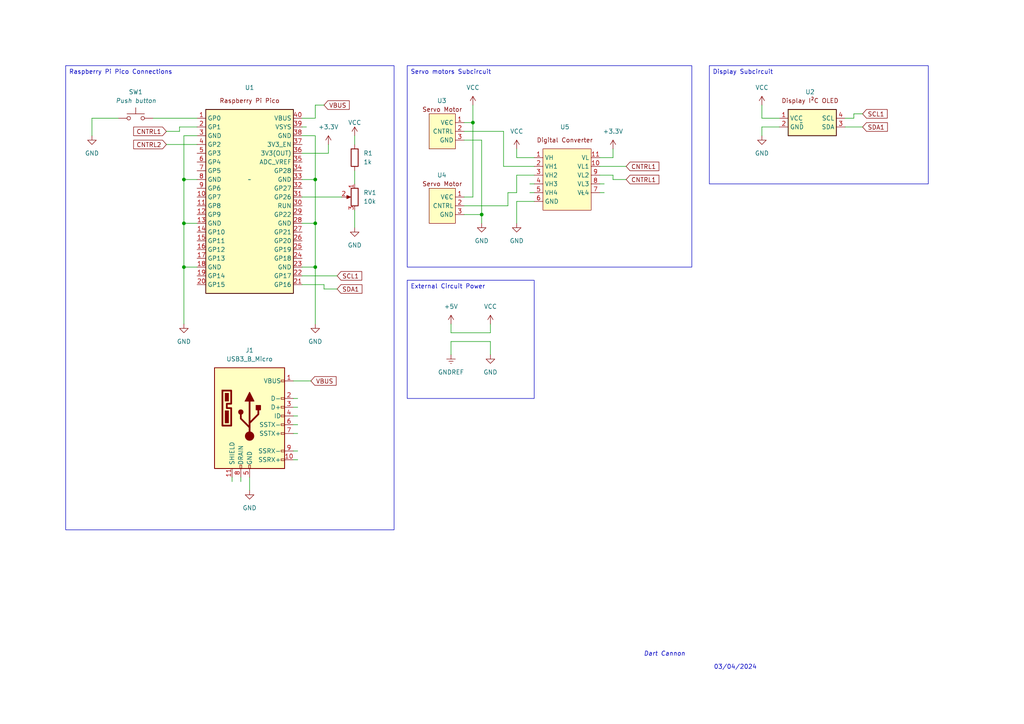
<source format=kicad_sch>
(kicad_sch (version 20230121) (generator eeschema)
  (paper "A4")
  (lib_symbols
    (symbol "Connector:USB3_B_Micro" (pin_names (offset 1.016))
      (property "Reference" "J" (at -10.16 15.24 0))
      (property "Value" "USB3_B_Micro" (at 10.16 15.24 0))
      (symbol "USB3_B_Micro_0_0"
        (rectangle (start -2.794 -15.24) (end -2.286 -14.224))
        (rectangle (start -0.254 -15.24) (end 0.254 -14.224))
        (rectangle (start 10.16 -12.446) (end 9.144 -12.954))
        (rectangle (start 10.16 -9.906) (end 9.144 -10.414))
        (rectangle (start 10.16 -4.826) (end 9.144 -5.334))
        (rectangle (start 10.16 -2.286) (end 9.144 -2.794))
        (rectangle (start 10.16 0.254) (end 9.144 -0.254))
        (rectangle (start 10.16 2.794) (end 9.144 2.286))
        (rectangle (start 10.16 5.334) (end 9.144 4.826))
        (rectangle (start 10.16 10.414) (end 9.144 9.906))
      )
      (symbol "USB3_B_Micro_0_1"
        (rectangle (start -10.16 13.97) (end 10.16 -15.24) (stroke (width 0.254)) (fill (type background)))
        (rectangle (start -7.112 1.524) (end -6.096 -2.032) (fill (type outline)))
        (rectangle (start -7.112 6.604) (end -6.096 4.318) (fill (type outline)))
        (polyline (pts (xy -7.874 7.366) (xy -7.874 -2.794) (xy -5.334 -2.794) (xy -5.334 2.286) (xy -6.604 2.286) (xy -6.604 3.556) (xy -5.334 3.556) (xy -5.334 7.366) (xy -7.874 7.366)) (stroke (width 0.508)))
      )
      (symbol "USB3_B_Micro_1_1"
        (circle (center -2.54 1.143) (radius 0.635) (stroke (width 0.254)) (fill (type outline)))
        (circle (center 0 -5.842) (radius 1.27) (fill (type outline)))
        (polyline (pts (xy 0 -5.842) (xy 0 4.318)) (stroke (width 0.508)))
        (polyline (pts (xy 0 -3.302) (xy -2.54 -0.762) (xy -2.54 0.508)) (stroke (width 0.508)))
        (polyline (pts (xy 0 -2.032) (xy 2.54 0.508) (xy 2.54 1.778)) (stroke (width 0.508)))
        (polyline (pts (xy -1.27 4.318) (xy 0 6.858) (xy 1.27 4.318) (xy -1.27 4.318)) (stroke (width 0.254)) (fill (type outline)))
        (rectangle (start 1.905 1.778) (end 3.175 3.048) (stroke (width 0.254)) (fill (type outline)))
        (pin power_out line (at 12.7 10.16 180) (length 2.54) (name "VBUS") (number "1"))
        (pin input line (at 12.7 -12.7 180) (length 2.54) (name "SSRX+") (number "10"))
        (pin passive line (at -5.08 -17.78 90) (length 2.54) (name "SHIELD") (number "11"))
        (pin bidirectional line (at 12.7 5.08 180) (length 2.54) (name "D-") (number "2"))
        (pin bidirectional line (at 12.7 2.54 180) (length 2.54) (name "D+") (number "3"))
        (pin passive line (at 12.7 0 180) (length 2.54) (name "ID") (number "4"))
        (pin power_out line (at 0 -17.78 90) (length 2.54) (name "GND") (number "5"))
        (pin output line (at 12.7 -2.54 180) (length 2.54) (name "SSTX-") (number "6"))
        (pin output line (at 12.7 -5.08 180) (length 2.54) (name "SSTX+") (number "7"))
        (pin passive line (at -2.54 -17.78 90) (length 2.54) (name "DRAIN") (number "8"))
        (pin input line (at 12.7 -10.16 180) (length 2.54) (name "SSRX-") (number "9"))
      )
    )
    (symbol "Device:R" (pin_numbers hide) (pin_names (offset 0))
      (property "Reference" "R" (at 2.032 0 90))
      (property "Value" "R" (at 0 0 90))
      (symbol "R_0_1"
        (rectangle (start -1.016 -2.54) (end 1.016 2.54) (stroke (width 0.254)))
      )
      (symbol "R_1_1"
        (pin passive line (at 0 3.81 270) (length 1.27) (name "~") (number "1"))
        (pin passive line (at 0 -3.81 90) (length 1.27) (name "~") (number "2"))
      )
    )
    (symbol "Device:R_Potentiometer" (pin_names (offset 1.016) hide)
      (property "Reference" "RV" (at -4.445 0 90))
      (property "Value" "R_Potentiometer" (at -2.54 0 90))
      (symbol "R_Potentiometer_0_1"
        (polyline (pts (xy 2.54 0) (xy 1.524 0)))
        (polyline (pts (xy 1.143 0) (xy 2.286 0.508) (xy 2.286 -0.508) (xy 1.143 0)) (fill (type outline)))
        (rectangle (start 1.016 2.54) (end -1.016 -2.54) (stroke (width 0.254)))
      )
      (symbol "R_Potentiometer_1_1"
        (pin passive line (at 0 3.81 270) (length 1.27) (name "1") (number "1"))
        (pin passive line (at 3.81 0 180) (length 1.27) (name "2") (number "2"))
        (pin passive line (at 0 -3.81 90) (length 1.27) (name "3") (number "3"))
      )
    )
    (symbol "Raspberry:Conversor_Digital"
      (property "Reference" "U" (at 0 12.7 0))
      (symbol "Conversor_Digital_1_1"
        (rectangle (start -7.62 7.62) (end 6.35 -10.16) (fill (type background)))
        (text "Digital Converter" (at -1.27 10.16 0) (effects (font (size 1.27 1.27))))
        (pin power_in line (at -10.16 5.08 0) (length 2.54) (name "VH") (number "1"))
        (pin bidirectional line (at 8.89 2.54 180) (length 2.54) (name "VL1") (number "10"))
        (pin power_in line (at 8.89 5.08 180) (length 2.54) (name "VL") (number "11"))
        (pin bidirectional line (at -10.16 2.54 0) (length 2.54) (name "VH1") (number "2"))
        (pin bidirectional line (at -10.16 0 0) (length 2.54) (name "VH2") (number "3"))
        (pin bidirectional line (at -10.16 -2.54 0) (length 2.54) (name "VH3") (number "4"))
        (pin bidirectional line (at -10.16 -5.08 0) (length 2.54) (name "VH4") (number "5"))
        (pin power_in line (at -10.16 -7.62 0) (length 2.54) (name "GND") (number "6"))
        (pin bidirectional line (at 8.89 -5.08 180) (length 2.54) (name "VL4") (number "7"))
        (pin bidirectional line (at 8.89 -2.54 180) (length 2.54) (name "VL3") (number "8"))
        (pin bidirectional line (at 8.89 0 180) (length 2.54) (name "VL2") (number "9"))
      )
    )
    (symbol "Raspberry:Display_OLED"
      (property "Reference" "U" (at 8.89 7.62 0))
      (symbol "Display_OLED_1_1"
        (rectangle (start -7.62 3.81) (end 6.35 -3.81) (stroke (width 0.25) (color 72 0 0 1)) (fill (type background)))
        (text "Display I²C OLED" (at -1.27 6.35 0) (effects (font (size 1.27 1.27))))
        (pin power_in line (at -10.16 1.27 0) (length 2.54) (name "VCC") (number "1"))
        (pin power_in line (at -10.16 -1.27 0) (length 2.54) (name "GND") (number "2"))
        (pin bidirectional line (at 8.89 -1.27 180) (length 2.54) (name "SDA") (number "3"))
        (pin bidirectional line (at 8.89 1.27 180) (length 2.54) (name "SCL") (number "4"))
      )
    )
    (symbol "Raspberry:Raspberry_Pi_Pico"
      (property "Reference" "U" (at 11.43 30.48 0))
      (symbol "Raspberry_Pi_Pico_1_1"
        (rectangle (start -12.7 26.67) (end 12.7 -26.67) (stroke (width 0.25) (color 72 0 0 1)) (fill (type background)))
        (text "Raspberry Pi Pico" (at 0 29.21 0) (effects (font (size 1.27 1.27))))
        (pin bidirectional line (at -15.24 24.13 0) (length 2.54) (name "GP0") (number "1"))
        (pin bidirectional line (at -15.24 1.27 0) (length 2.54) (name "GP7") (number "10"))
        (pin bidirectional line (at -15.24 -1.27 0) (length 2.54) (name "GP8") (number "11"))
        (pin bidirectional line (at -15.24 -3.81 0) (length 2.54) (name "GP9") (number "12"))
        (pin power_in line (at -15.24 -6.35 0) (length 2.54) (name "GND") (number "13"))
        (pin bidirectional line (at -15.24 -8.89 0) (length 2.54) (name "GP10") (number "14"))
        (pin bidirectional line (at -15.24 -11.43 0) (length 2.54) (name "GP11") (number "15"))
        (pin bidirectional line (at -15.24 -13.97 0) (length 2.54) (name "GP12") (number "16"))
        (pin bidirectional line (at -15.24 -16.51 0) (length 2.54) (name "GP13") (number "17"))
        (pin power_in line (at -15.24 -19.05 0) (length 2.54) (name "GND") (number "18"))
        (pin bidirectional line (at -15.24 -21.59 0) (length 2.54) (name "GP14") (number "19"))
        (pin bidirectional line (at -15.24 21.59 0) (length 2.54) (name "GP1") (number "2"))
        (pin bidirectional line (at -15.24 -24.13 0) (length 2.54) (name "GP15") (number "20"))
        (pin bidirectional line (at 15.24 -24.13 180) (length 2.54) (name "GP16") (number "21"))
        (pin bidirectional line (at 15.24 -21.59 180) (length 2.54) (name "GP17") (number "22"))
        (pin power_in line (at 15.24 -19.05 180) (length 2.54) (name "GND") (number "23"))
        (pin bidirectional line (at 15.24 -16.51 180) (length 2.54) (name "GP18") (number "24"))
        (pin bidirectional line (at 15.24 -13.97 180) (length 2.54) (name "GP19") (number "25"))
        (pin bidirectional line (at 15.24 -11.43 180) (length 2.54) (name "GP20") (number "26"))
        (pin bidirectional line (at 15.24 -8.89 180) (length 2.54) (name "GP21") (number "27"))
        (pin power_in line (at 15.24 -6.35 180) (length 2.54) (name "GND") (number "28"))
        (pin bidirectional line (at 15.24 -3.81 180) (length 2.54) (name "GP22") (number "29"))
        (pin power_in line (at -15.24 19.05 0) (length 2.54) (name "GND") (number "3"))
        (pin input line (at 15.24 -1.27 180) (length 2.54) (name "RUN") (number "30"))
        (pin bidirectional line (at 15.24 1.27 180) (length 2.54) (name "GP26") (number "31"))
        (pin bidirectional line (at 15.24 3.81 180) (length 2.54) (name "GP27") (number "32"))
        (pin power_in line (at 15.24 6.35 180) (length 2.54) (name "GND") (number "33"))
        (pin bidirectional line (at 15.24 8.89 180) (length 2.54) (name "GP28") (number "34"))
        (pin input line (at 15.24 11.43 180) (length 2.54) (name "ADC_VREF") (number "35"))
        (pin power_out line (at 15.24 13.97 180) (length 2.54) (name "3V3(OUT)") (number "36"))
        (pin input line (at 15.24 16.51 180) (length 2.54) (name "3V3_EN") (number "37"))
        (pin power_in line (at 15.24 19.05 180) (length 2.54) (name "GND") (number "38"))
        (pin input line (at 15.24 21.59 180) (length 2.54) (name "VSYS") (number "39"))
        (pin bidirectional line (at -15.24 16.51 0) (length 2.54) (name "GP2") (number "4"))
        (pin input line (at 15.24 24.13 180) (length 2.54) (name "VBUS") (number "40"))
        (pin bidirectional line (at -15.24 13.97 0) (length 2.54) (name "GP3") (number "5"))
        (pin bidirectional line (at -15.24 11.43 0) (length 2.54) (name "GP4") (number "6"))
        (pin bidirectional line (at -15.24 8.89 0) (length 2.54) (name "GP5") (number "7"))
        (pin power_in line (at -15.24 6.35 0) (length 2.54) (name "GND") (number "8"))
        (pin bidirectional line (at -15.24 3.81 0) (length 2.54) (name "GP6") (number "9"))
      )
    )
    (symbol "Raspberry:Servo_motor"
      (property "Reference" "U" (at 6.35 8.89 0))
      (symbol "Servo_motor_1_1"
        (rectangle (start -3.81 5.08) (end 3.81 -5.08) (fill (type background)))
        (text "Servo Motor" (at 0 6.35 0) (effects (font (size 1.27 1.27))))
        (pin power_in line (at -6.35 2.54 0) (length 2.54) (name "VCC") (number "1"))
        (pin input line (at -6.35 0 0) (length 2.54) (name "CNTRL") (number "2"))
        (pin power_in line (at -6.35 -2.54 0) (length 2.54) (name "GND") (number "3"))
      )
    )
    (symbol "Switch:SW_Push" (pin_numbers hide) (pin_names (offset 1.016) hide)
      (property "Reference" "SW" (at 1.27 2.54 0))
      (property "Value" "SW_Push" (at 0 -1.524 0))
      (symbol "SW_Push_0_1"
        (circle (center -2.032 0) (radius 0.508))
        (polyline (pts (xy 0 1.27) (xy 0 3.048)))
        (polyline (pts (xy 2.54 1.27) (xy -2.54 1.27)))
        (circle (center 2.032 0) (radius 0.508))
        (pin passive line (at -5.08 0 0) (length 2.54) (name "1") (number "1"))
        (pin passive line (at 5.08 0 180) (length 2.54) (name "2") (number "2"))
      )
    )
    (symbol "power:+3.3V" (power) (pin_names (offset 0))
      (property "Value" "+3.3V" (at 0 3.556 0))
      (symbol "+3.3V_0_1"
        (polyline (pts (xy -0.762 1.27) (xy 0 2.54)))
        (polyline (pts (xy 0 0) (xy 0 2.54)))
        (polyline (pts (xy 0 2.54) (xy 0.762 1.27)))
      )
      (symbol "+3.3V_1_1"
        (pin power_in line (at 0 0 90) (length 0) hide (name "+3.3V") (number "1"))
      )
    )
    (symbol "power:+5V" (power) (pin_names (offset 0))
      (property "Value" "+5V" (at 0 3.556 0))
      (symbol "+5V_0_1"
        (polyline (pts (xy -0.762 1.27) (xy 0 2.54)))
        (polyline (pts (xy 0 0) (xy 0 2.54)))
        (polyline (pts (xy 0 2.54) (xy 0.762 1.27)))
      )
      (symbol "+5V_1_1"
        (pin power_in line (at 0 0 90) (length 0) hide (name "+5V") (number "1"))
      )
    )
    (symbol "power:GND" (power) (pin_names (offset 0))
      (property "Value" "GND" (at 0 -3.81 0))
      (symbol "GND_0_1"
        (polyline (pts (xy 0 0) (xy 0 -1.27) (xy 1.27 -1.27) (xy 0 -2.54) (xy -1.27 -1.27) (xy 0 -1.27)))
      )
      (symbol "GND_1_1"
        (pin power_in line (at 0 0 270) (length 0) hide (name "GND") (number "1"))
      )
    )
    (symbol "power:GNDREF" (power) (pin_names (offset 0))
      (property "Value" "GNDREF" (at 0 -3.81 0))
      (symbol "GNDREF_0_1"
        (polyline (pts (xy -0.635 -1.905) (xy 0.635 -1.905)))
        (polyline (pts (xy -0.127 -2.54) (xy 0.127 -2.54)))
        (polyline (pts (xy 0 -1.27) (xy 0 0)))
        (polyline (pts (xy 1.27 -1.27) (xy -1.27 -1.27)))
      )
      (symbol "GNDREF_1_1"
        (pin power_in line (at 0 0 270) (length 0) hide (name "GNDREF") (number "1"))
      )
    )
    (symbol "power:VCC" (power) (pin_names (offset 0))
      (property "Value" "VCC" (at 0 3.81 0))
      (symbol "VCC_0_1"
        (polyline (pts (xy -0.762 1.27) (xy 0 2.54)))
        (polyline (pts (xy 0 0) (xy 0 2.54)))
        (polyline (pts (xy 0 2.54) (xy 0.762 1.27)))
      )
      (symbol "VCC_1_1"
        (pin power_in line (at 0 0 90) (length 0) hide (name "VCC") (number "1"))
      )
    )
  )
  (junction (at 91.44 52.07))
  (junction (at 139.7 62.23))
  (junction (at 53.34 64.77))
  (junction (at 137.16 35.56))
  (junction (at 91.44 77.47))
  (junction (at 53.34 52.07))
  (junction (at 91.44 64.77))
  (junction (at 53.34 77.47))
  (wire (pts (xy 52.07 38.1) (xy 48.26 38.1)))
  (wire (pts (xy 149.86 58.42) (xy 154.94 58.42)))
  (wire (pts (xy 142.24 93.98) (xy 142.24 96.52)))
  (wire (pts (xy 57.15 39.37) (xy 53.34 39.37)))
  (wire (pts (xy 226.06 36.83) (xy 220.98 36.83)))
  (wire (pts (xy 87.63 80.01) (xy 97.79 80.01)))
  (wire (pts (xy 130.81 102.87) (xy 130.81 99.06)))
  (wire (pts (xy 91.44 34.29) (xy 91.44 30.48)))
  (wire (pts (xy 87.63 77.47) (xy 91.44 77.47)))
  (wire (pts (xy 177.8 43.18) (xy 177.8 45.72)))
  (wire (pts (xy 87.63 64.77) (xy 91.44 64.77)))
  (wire (pts (xy 139.7 62.23) (xy 139.7 64.77)))
  (wire (pts (xy 134.62 57.15) (xy 137.16 57.15)))
  (wire (pts (xy 130.81 93.98) (xy 130.81 96.52)))
  (wire (pts (xy 220.98 34.29) (xy 226.06 34.29)))
  (wire (pts (xy 53.34 52.07) (xy 53.34 64.77)))
  (wire (pts (xy 87.63 52.07) (xy 91.44 52.07)))
  (wire (pts (xy 85.09 125.73) (xy 86.36 125.73)))
  (wire (pts (xy 53.34 64.77) (xy 57.15 64.77)))
  (wire (pts (xy 85.09 130.81) (xy 86.36 130.81)))
  (wire (pts (xy 139.7 40.64) (xy 139.7 62.23)))
  (wire (pts (xy 149.86 50.8) (xy 149.86 55.88)))
  (wire (pts (xy 87.63 39.37) (xy 91.44 39.37)))
  (wire (pts (xy 177.8 52.07) (xy 177.8 50.8)))
  (wire (pts (xy 91.44 77.47) (xy 91.44 93.98)))
  (wire (pts (xy 173.99 55.88) (xy 175.26 55.88)))
  (wire (pts (xy 181.61 52.07) (xy 177.8 52.07)))
  (wire (pts (xy 87.63 34.29) (xy 91.44 34.29)))
  (wire (pts (xy 146.05 38.1) (xy 134.62 38.1)))
  (wire (pts (xy 95.25 41.91) (xy 95.25 44.45)))
  (wire (pts (xy 87.63 44.45) (xy 95.25 44.45)))
  (wire (pts (xy 130.81 96.52) (xy 142.24 96.52)))
  (wire (pts (xy 53.34 39.37) (xy 53.34 52.07)))
  (wire (pts (xy 87.63 57.15) (xy 99.06 57.15)))
  (wire (pts (xy 52.07 36.83) (xy 52.07 38.1)))
  (wire (pts (xy 53.34 77.47) (xy 53.34 93.98)))
  (wire (pts (xy 87.63 82.55) (xy 93.98 82.55)))
  (wire (pts (xy 153.67 53.34) (xy 154.94 53.34)))
  (wire (pts (xy 69.85 138.43) (xy 69.85 139.7)))
  (wire (pts (xy 173.99 50.8) (xy 177.8 50.8)))
  (wire (pts (xy 137.16 35.56) (xy 137.16 57.15)))
  (wire (pts (xy 91.44 64.77) (xy 91.44 77.47)))
  (wire (pts (xy 134.62 59.69) (xy 147.32 59.69)))
  (wire (pts (xy 147.32 55.88) (xy 147.32 59.69)))
  (wire (pts (xy 57.15 36.83) (xy 52.07 36.83)))
  (wire (pts (xy 134.62 40.64) (xy 139.7 40.64)))
  (wire (pts (xy 85.09 118.11) (xy 86.36 118.11)))
  (wire (pts (xy 149.86 45.72) (xy 154.94 45.72)))
  (wire (pts (xy 142.24 99.06) (xy 142.24 102.87)))
  (wire (pts (xy 149.86 64.77) (xy 149.86 58.42)))
  (wire (pts (xy 91.44 30.48) (xy 93.98 30.48)))
  (wire (pts (xy 247.65 33.02) (xy 247.65 34.29)))
  (wire (pts (xy 149.86 43.18) (xy 149.86 45.72)))
  (wire (pts (xy 102.87 49.53) (xy 102.87 53.34)))
  (wire (pts (xy 134.62 62.23) (xy 139.7 62.23)))
  (wire (pts (xy 53.34 64.77) (xy 53.34 77.47)))
  (wire (pts (xy 102.87 60.96) (xy 102.87 66.04)))
  (wire (pts (xy 134.62 35.56) (xy 137.16 35.56)))
  (wire (pts (xy 130.81 99.06) (xy 142.24 99.06)))
  (wire (pts (xy 91.44 39.37) (xy 91.44 52.07)))
  (wire (pts (xy 85.09 115.57) (xy 86.36 115.57)))
  (wire (pts (xy 250.19 33.02) (xy 247.65 33.02)))
  (wire (pts (xy 72.39 138.43) (xy 72.39 142.24)))
  (wire (pts (xy 149.86 55.88) (xy 147.32 55.88)))
  (wire (pts (xy 173.99 53.34) (xy 175.26 53.34)))
  (wire (pts (xy 220.98 36.83) (xy 220.98 39.37)))
  (wire (pts (xy 53.34 52.07) (xy 57.15 52.07)))
  (wire (pts (xy 173.99 48.26) (xy 181.61 48.26)))
  (wire (pts (xy 26.67 34.29) (xy 26.67 39.37)))
  (wire (pts (xy 146.05 48.26) (xy 154.94 48.26)))
  (wire (pts (xy 53.34 77.47) (xy 57.15 77.47)))
  (wire (pts (xy 93.98 83.82) (xy 93.98 82.55)))
  (wire (pts (xy 85.09 123.19) (xy 86.36 123.19)))
  (wire (pts (xy 85.09 120.65) (xy 86.36 120.65)))
  (wire (pts (xy 87.63 36.83) (xy 88.9 36.83)))
  (wire (pts (xy 102.87 39.37) (xy 102.87 41.91)))
  (wire (pts (xy 220.98 30.48) (xy 220.98 34.29)))
  (wire (pts (xy 137.16 30.48) (xy 137.16 35.56)))
  (wire (pts (xy 85.09 110.49) (xy 90.17 110.49)))
  (wire (pts (xy 173.99 45.72) (xy 177.8 45.72)))
  (wire (pts (xy 34.29 34.29) (xy 26.67 34.29)))
  (wire (pts (xy 85.09 133.35) (xy 86.36 133.35)))
  (wire (pts (xy 91.44 52.07) (xy 91.44 64.77)))
  (wire (pts (xy 149.86 50.8) (xy 154.94 50.8)))
  (wire (pts (xy 44.45 34.29) (xy 57.15 34.29)))
  (wire (pts (xy 146.05 48.26) (xy 146.05 38.1)))
  (wire (pts (xy 245.11 34.29) (xy 247.65 34.29)))
  (wire (pts (xy 245.11 36.83) (xy 250.19 36.83)))
  (wire (pts (xy 97.79 83.82) (xy 93.98 83.82)))
  (wire (pts (xy 48.26 41.91) (xy 57.15 41.91)))
  (wire (pts (xy 153.67 55.88) (xy 154.94 55.88)))
  (wire (pts (xy 67.31 138.43) (xy 67.31 139.7)))
  (text_box "External Circuit Power" (at 118.11 81.28 0) (size 36.83 34.29) (effects (font (size 1.27 1.27)) (justify left top)))
  (text_box "Raspberry Pi Pico Connections" (at 19.05 19.05 0) (size 95.25 134.62) (effects (font (size 1.27 1.27)) (justify left top)))
  (text_box "Servo motors Subcircuit" (at 118.11 19.05 0) (size 82.55 58.42) (effects (font (size 1.27 1.27)) (justify left top)))
  (text_box "Display Subcircuit\n" (at 205.74 19.05 0) (size 63.5 34.29) (effects (font (size 1.27 1.27)) (justify left top)))
  (text "Dart Cannon" (at 186.69 190.5 0) (effects (font (size 1.27 1.27) italic) (justify left bottom)))
  (text "03/04/2024" (at 207.01 194.31 0) (effects (font (size 1.27 1.27)) (justify left bottom)))
  (global_label "VBUS" (shape input) (at 90.17 110.49 0) (property "Intersheetrefs" "${INTERSHEET_REFS}" (effects hide)))
  (global_label "CNTRL1" (shape input) (at 48.26 38.1 180) (property "Intersheetrefs" "${INTERSHEET_REFS}" (effects hide)))
  (global_label "SCL1" (shape input) (at 97.79 80.01 0) (property "Intersheetrefs" "${INTERSHEET_REFS}" (effects hide)))
  (global_label "CNTRL1" (shape input) (at 181.61 52.07 0) (property "Intersheetrefs" "${INTERSHEET_REFS}" (effects hide)))
  (global_label "VBUS" (shape input) (at 93.98 30.48 0) (property "Intersheetrefs" "${INTERSHEET_REFS}" (effects hide)))
  (global_label "SDA1" (shape input) (at 250.19 36.83 0) (property "Intersheetrefs" "${INTERSHEET_REFS}" (effects hide)))
  (global_label "SDA1" (shape input) (at 97.79 83.82 0) (property "Intersheetrefs" "${INTERSHEET_REFS}" (effects hide)))
  (global_label "CNTRL2" (shape input) (at 48.26 41.91 180) (property "Intersheetrefs" "${INTERSHEET_REFS}" (effects hide)))
  (global_label "CNTRL1" (shape input) (at 181.61 48.26 0) (property "Intersheetrefs" "${INTERSHEET_REFS}" (effects hide)))
  (global_label "SCL1" (shape input) (at 250.19 33.02 0) (property "Intersheetrefs" "${INTERSHEET_REFS}" (effects hide)))
  (symbol (lib_id "Raspberry:Raspberry_Pi_Pico") (at 72.39 58.42 0) (unit 1)
    (property "Reference" "U1" (at 72.39 25.4 0))
    (property "Value" "~" (at 72.39 52.07 0))
  )
  (symbol (lib_id "power:VCC") (at 149.86 43.18 0) (unit 1)
    (property "Reference" "#PWR011" (effects hide))
    (property "Value" "VCC" (at 149.86 38.1 0))
  )
  (symbol (lib_id "power:+5V") (at 130.81 93.98 0) (unit 1)
    (property "Reference" "#PWR01" (effects hide))
    (property "Value" "+5V" (at 130.81 88.9 0))
  )
  (symbol (lib_id "power:+3.3V") (at 177.8 43.18 0) (unit 1)
    (property "Reference" "#PWR010" (effects hide))
    (property "Value" "+3.3V" (at 177.8 38.1 0))
  )
  (symbol (lib_id "Raspberry:Servo_motor") (at 128.27 59.69 0) (mirror y) (unit 1)
    (property "Reference" "U4" (at 129.54 50.8 0) (effects (justify left)))
    (property "Value" "~" (at 129.54 57.15 0))
  )
  (symbol (lib_id "power:GND") (at 220.98 39.37 0) (unit 1)
    (property "Reference" "#PWR016" (effects hide))
    (property "Value" "GND" (at 220.98 44.45 0))
  )
  (symbol (lib_id "power:GND") (at 26.67 39.37 0) (unit 1)
    (property "Reference" "#PWR08" (effects hide))
    (property "Value" "GND" (at 26.67 44.45 0))
  )
  (symbol (lib_id "power:VCC") (at 220.98 30.48 0) (unit 1)
    (property "Reference" "#PWR015" (effects hide))
    (property "Value" "VCC" (at 220.98 25.4 0))
  )
  (symbol (lib_id "power:GND") (at 53.34 93.98 0) (unit 1)
    (property "Reference" "#PWR04" (effects hide))
    (property "Value" "GND" (at 53.34 99.06 0))
  )
  (symbol (lib_id "power:GND") (at 142.24 102.87 0) (unit 1)
    (property "Reference" "#PWR018" (effects hide))
    (property "Value" "GND" (at 142.24 107.95 0))
  )
  (symbol (lib_id "power:VCC") (at 142.24 93.98 0) (unit 1)
    (property "Reference" "#PWR02" (effects hide))
    (property "Value" "VCC" (at 142.24 88.9 0))
  )
  (symbol (lib_id "power:GND") (at 72.39 142.24 0) (unit 1)
    (property "Reference" "#PWR03" (effects hide))
    (property "Value" "GND" (at 72.39 147.32 0))
  )
  (symbol (lib_id "Device:R") (at 102.87 45.72 0) (unit 1)
    (property "Reference" "R1" (at 105.41 44.45 0) (effects (justify left)))
    (property "Value" "1k" (at 105.41 46.99 0) (effects (justify left)))
  )
  (symbol (lib_id "power:VCC") (at 102.87 39.37 0) (unit 1)
    (property "Reference" "#PWR07" (effects hide))
    (property "Value" "VCC" (at 102.87 35.56 0))
  )
  (symbol (lib_id "Raspberry:Servo_motor") (at 128.27 38.1 0) (mirror y) (unit 1)
    (property "Reference" "U3" (at 129.54 29.21 0) (effects (justify left)))
    (property "Value" "~" (at 129.54 35.56 0))
  )
  (symbol (lib_id "Raspberry:Conversor_Digital") (at 165.1 50.8 0) (unit 1)
    (property "Reference" "U5" (at 163.83 36.83 0))
    (property "Value" "~" (at 168.91 55.88 0))
  )
  (symbol (lib_id "Device:R_Potentiometer") (at 102.87 57.15 0) (mirror y) (unit 1)
    (property "Reference" "RV1" (at 105.41 55.88 0) (effects (justify right)))
    (property "Value" "10k" (at 105.41 58.42 0) (effects (justify right)))
  )
  (symbol (lib_id "power:GND") (at 139.7 64.77 0) (unit 1)
    (property "Reference" "#PWR014" (effects hide))
    (property "Value" "GND" (at 139.7 69.85 0))
  )
  (symbol (lib_id "power:VCC") (at 137.16 30.48 0) (unit 1)
    (property "Reference" "#PWR013" (effects hide))
    (property "Value" "VCC" (at 137.16 25.4 0))
  )
  (symbol (lib_id "power:GND") (at 149.86 64.77 0) (unit 1)
    (property "Reference" "#PWR012" (effects hide))
    (property "Value" "GND" (at 149.86 69.85 0))
  )
  (symbol (lib_id "Switch:SW_Push") (at 39.37 34.29 0) (unit 1)
    (property "Reference" "SW1" (at 39.37 26.67 0))
    (property "Value" "Push button" (at 39.37 29.21 0) (effects (font italic)))
  )
  (symbol (lib_id "Connector:USB3_B_Micro") (at 72.39 120.65 0) (unit 1)
    (property "Reference" "J1" (at 72.39 101.6 0))
    (property "Value" "USB3_B_Micro" (at 72.39 104.14 0))
  )
  (symbol (lib_id "power:GND") (at 91.44 93.98 0) (unit 1)
    (property "Reference" "#PWR05" (effects hide))
    (property "Value" "GND" (at 91.44 99.06 0))
  )
  (symbol (lib_id "power:GND") (at 102.87 66.04 0) (unit 1)
    (property "Reference" "#PWR06" (effects hide))
    (property "Value" "GND" (at 102.87 71.12 0))
  )
  (symbol (lib_id "Raspberry:Display_OLED") (at 236.22 35.56 0) (unit 1)
    (property "Reference" "U2" (at 234.95 26.67 0))
    (property "Value" "~" (at 232.41 35.56 0))
  )
  (symbol (lib_id "power:GNDREF") (at 130.81 102.87 0) (unit 1)
    (property "Reference" "#PWR017" (effects hide))
    (property "Value" "GNDREF" (at 130.81 107.95 0))
  )
  (symbol (lib_id "power:+3.3V") (at 95.25 41.91 0) (unit 1)
    (property "Reference" "#PWR09" (effects hide))
    (property "Value" "+3.3V" (at 95.25 36.83 0))
  )
)
</source>
